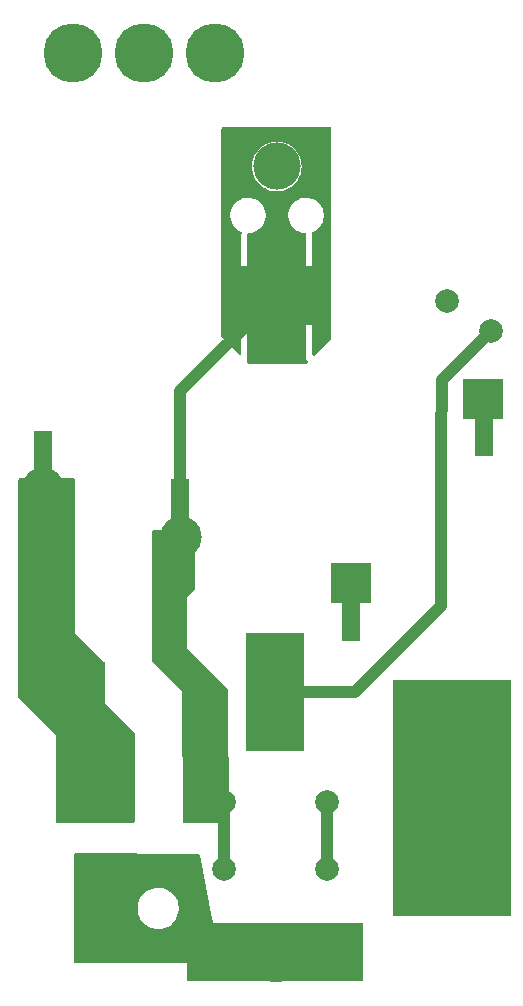
<source format=gbl>
G04 #@! TF.GenerationSoftware,KiCad,Pcbnew,(6.0.4-0)*
G04 #@! TF.CreationDate,2022-07-20T07:57:21-04:00*
G04 #@! TF.ProjectId,80m_Tx_Antenna,38306d5f-5478-45f4-916e-74656e6e612e,rev?*
G04 #@! TF.SameCoordinates,Original*
G04 #@! TF.FileFunction,Copper,L2,Bot*
G04 #@! TF.FilePolarity,Positive*
%FSLAX46Y46*%
G04 Gerber Fmt 4.6, Leading zero omitted, Abs format (unit mm)*
G04 Created by KiCad (PCBNEW (6.0.4-0)) date 2022-07-20 07:57:21*
%MOMM*%
%LPD*%
G01*
G04 APERTURE LIST*
G04 #@! TA.AperFunction,ComponentPad*
%ADD10C,4.000000*%
G04 #@! TD*
G04 #@! TA.AperFunction,SMDPad,CuDef*
%ADD11R,5.000000X10.000000*%
G04 #@! TD*
G04 #@! TA.AperFunction,ComponentPad*
%ADD12C,3.500000*%
G04 #@! TD*
G04 #@! TA.AperFunction,ComponentPad*
%ADD13C,3.000000*%
G04 #@! TD*
G04 #@! TA.AperFunction,SMDPad,CuDef*
%ADD14R,10.000000X20.000000*%
G04 #@! TD*
G04 #@! TA.AperFunction,SMDPad,CuDef*
%ADD15R,15.000000X5.000000*%
G04 #@! TD*
G04 #@! TA.AperFunction,ComponentPad*
%ADD16C,5.000000*%
G04 #@! TD*
G04 #@! TA.AperFunction,ComponentPad*
%ADD17R,3.500000X3.500000*%
G04 #@! TD*
G04 #@! TA.AperFunction,SMDPad,CuDef*
%ADD18R,1.524000X5.000000*%
G04 #@! TD*
G04 #@! TA.AperFunction,WasherPad*
%ADD19C,5.000000*%
G04 #@! TD*
G04 #@! TA.AperFunction,ComponentPad*
%ADD20C,2.000000*%
G04 #@! TD*
G04 #@! TA.AperFunction,ComponentPad*
%ADD21R,3.000000X3.500000*%
G04 #@! TD*
G04 #@! TA.AperFunction,Conductor*
%ADD22C,1.000000*%
G04 #@! TD*
G04 APERTURE END LIST*
D10*
X122240000Y-71580000D03*
D11*
X122240000Y-82470000D03*
D12*
X122240000Y-81970000D03*
D13*
X122050000Y-113050000D03*
D11*
X122050000Y-116050000D03*
D14*
X137050000Y-125050000D03*
D10*
X137210020Y-125212040D03*
X137050000Y-119050000D03*
X137050000Y-131050000D03*
X127450000Y-138050000D03*
D15*
X122050000Y-138050000D03*
D16*
X122144880Y-138131280D03*
D10*
X116650000Y-138050000D03*
D17*
X139704100Y-91307200D03*
D18*
X139785380Y-93659240D03*
D17*
X128482380Y-106816440D03*
D18*
X128538260Y-109275160D03*
X102460500Y-96397360D03*
D12*
X102409700Y-98800200D03*
D18*
X114080580Y-100532480D03*
D12*
X114100900Y-102953100D03*
D19*
X105000000Y-62000000D03*
X111000000Y-62000000D03*
X117000000Y-62000000D03*
D20*
X117770000Y-125360000D03*
X126470000Y-125360000D03*
X117770000Y-131050000D03*
X126470000Y-131050000D03*
D21*
X107300000Y-132280000D03*
X107300000Y-136630000D03*
D12*
X107300000Y-120630000D03*
X107300000Y-124980000D03*
D20*
X136667198Y-82994648D03*
X140362921Y-85509630D03*
D22*
X128870000Y-116050000D02*
X136110000Y-108810000D01*
X136110000Y-108810000D02*
X136110000Y-94049399D01*
X136110000Y-94049399D02*
X136235800Y-90692088D01*
X136235800Y-90692088D02*
X136240000Y-90580000D01*
X136235800Y-89636751D02*
X140362921Y-85509630D01*
X122050000Y-116050000D02*
X128870000Y-116050000D01*
X136235800Y-90692088D02*
X136235800Y-89636751D01*
X114100900Y-102953100D02*
X114080580Y-100532480D01*
X114080580Y-90629420D02*
X122240000Y-82470000D01*
X117770000Y-131050000D02*
X117770000Y-125360000D01*
X114080580Y-100532480D02*
X114080580Y-90629420D01*
X120321280Y-137851280D02*
X122144880Y-138131280D01*
X126470000Y-125360000D02*
X126470000Y-131050000D01*
X101960000Y-98800500D02*
X101959700Y-98800200D01*
G04 #@! TA.AperFunction,Conductor*
G36*
X105112121Y-97980002D02*
G01*
X105158614Y-98033658D01*
X105170000Y-98086000D01*
X105170000Y-111040000D01*
X107643095Y-113513095D01*
X107677121Y-113575407D01*
X107680000Y-113602190D01*
X107680000Y-117010000D01*
X110163095Y-119493095D01*
X110197121Y-119555407D01*
X110200000Y-119582190D01*
X110200000Y-127054000D01*
X110179998Y-127122121D01*
X110126342Y-127168614D01*
X110074000Y-127180000D01*
X103676000Y-127180000D01*
X103607879Y-127159998D01*
X103561386Y-127106342D01*
X103550000Y-127054000D01*
X103550000Y-119700000D01*
X100396905Y-116546905D01*
X100362879Y-116484593D01*
X100360000Y-116457810D01*
X100360000Y-98086000D01*
X100380002Y-98017879D01*
X100433658Y-97971386D01*
X100486000Y-97960000D01*
X105044000Y-97960000D01*
X105112121Y-97980002D01*
G37*
G04 #@! TD.AperFunction*
G04 #@! TA.AperFunction,Conductor*
G36*
X115607202Y-129779130D02*
G01*
X115675151Y-129799708D01*
X115721188Y-129853755D01*
X115729780Y-129880878D01*
X116789754Y-135286744D01*
X116809676Y-135388347D01*
X116810286Y-135391699D01*
X116937762Y-136150184D01*
X117385913Y-138816684D01*
X117377478Y-138887178D01*
X117332271Y-138941921D01*
X117264718Y-138963531D01*
X114531522Y-139029963D01*
X114528460Y-139030000D01*
X105206000Y-139030000D01*
X105137879Y-139009998D01*
X105091386Y-138956342D01*
X105080000Y-138904000D01*
X105080000Y-134507165D01*
X110447866Y-134507165D01*
X110482952Y-134764970D01*
X110555758Y-135014757D01*
X110664686Y-135251039D01*
X110667246Y-135254944D01*
X110667249Y-135254949D01*
X110804775Y-135464712D01*
X110804779Y-135464717D01*
X110807341Y-135468625D01*
X110980591Y-135662735D01*
X111180629Y-135829105D01*
X111403061Y-135964080D01*
X111407375Y-135965889D01*
X111407377Y-135965890D01*
X111638686Y-136062886D01*
X111638691Y-136062888D01*
X111643001Y-136064695D01*
X111647533Y-136065846D01*
X111647536Y-136065847D01*
X111772815Y-136097663D01*
X111895177Y-136128739D01*
X112111286Y-136150500D01*
X112266044Y-136150500D01*
X112268369Y-136150327D01*
X112268375Y-136150327D01*
X112454814Y-136136472D01*
X112454818Y-136136471D01*
X112459466Y-136136126D01*
X112713232Y-136078705D01*
X112717586Y-136077012D01*
X112951370Y-135986098D01*
X112951372Y-135986097D01*
X112955723Y-135984405D01*
X112991285Y-135964080D01*
X113039038Y-135936786D01*
X113181612Y-135855299D01*
X113385936Y-135694223D01*
X113564208Y-135504714D01*
X113712511Y-135290937D01*
X113730258Y-135254949D01*
X113825521Y-135061775D01*
X113825522Y-135061772D01*
X113827586Y-135057587D01*
X113906906Y-134809792D01*
X113948728Y-134552994D01*
X113952134Y-134292835D01*
X113917048Y-134035030D01*
X113844242Y-133785243D01*
X113735314Y-133548961D01*
X113706637Y-133505221D01*
X113595225Y-133335288D01*
X113595221Y-133335283D01*
X113592659Y-133331375D01*
X113419409Y-133137265D01*
X113219371Y-132970895D01*
X112996939Y-132835920D01*
X112992623Y-132834110D01*
X112761314Y-132737114D01*
X112761309Y-132737112D01*
X112756999Y-132735305D01*
X112752467Y-132734154D01*
X112752464Y-132734153D01*
X112627185Y-132702337D01*
X112504823Y-132671261D01*
X112288714Y-132649500D01*
X112133956Y-132649500D01*
X112131631Y-132649673D01*
X112131625Y-132649673D01*
X111945186Y-132663528D01*
X111945182Y-132663529D01*
X111940534Y-132663874D01*
X111686768Y-132721295D01*
X111682416Y-132722987D01*
X111682414Y-132722988D01*
X111448630Y-132813902D01*
X111448628Y-132813903D01*
X111444277Y-132815595D01*
X111440223Y-132817912D01*
X111440221Y-132817913D01*
X111404467Y-132838348D01*
X111218388Y-132944701D01*
X111014064Y-133105777D01*
X110835792Y-133295286D01*
X110687489Y-133509063D01*
X110685423Y-133513253D01*
X110685421Y-133513256D01*
X110665720Y-133553207D01*
X110572414Y-133742413D01*
X110493094Y-133990208D01*
X110451272Y-134247006D01*
X110447866Y-134507165D01*
X105080000Y-134507165D01*
X105080000Y-129817071D01*
X105100002Y-129748950D01*
X105153658Y-129702457D01*
X105207067Y-129691076D01*
X115607202Y-129779130D01*
G37*
G04 #@! TD.AperFunction*
G04 #@! TA.AperFunction,Conductor*
G36*
X115222121Y-102360002D02*
G01*
X115268614Y-102413658D01*
X115280000Y-102466000D01*
X115280000Y-107347810D01*
X115259998Y-107415931D01*
X115243095Y-107436905D01*
X114660000Y-108020000D01*
X114660000Y-112370000D01*
X118033666Y-115743666D01*
X118067692Y-115805978D01*
X118070563Y-115831380D01*
X118072436Y-116002312D01*
X118193605Y-127062620D01*
X118174351Y-127130955D01*
X118121208Y-127178033D01*
X118067613Y-127190000D01*
X114429599Y-127190000D01*
X114361478Y-127169998D01*
X114314985Y-127116342D01*
X114303607Y-127065409D01*
X114180203Y-116028115D01*
X114180203Y-116028113D01*
X114180000Y-116010000D01*
X111746905Y-113576905D01*
X111712879Y-113514593D01*
X111710000Y-113487810D01*
X111710000Y-102466000D01*
X111730002Y-102397879D01*
X111783658Y-102351386D01*
X111836000Y-102340000D01*
X115154000Y-102340000D01*
X115222121Y-102360002D01*
G37*
G04 #@! TD.AperFunction*
G04 #@! TA.AperFunction,Conductor*
G36*
X126812121Y-68260002D02*
G01*
X126858614Y-68313658D01*
X126870000Y-68366000D01*
X126870000Y-86087810D01*
X126849998Y-86155931D01*
X126833095Y-86176905D01*
X125455095Y-87554905D01*
X125392783Y-87588931D01*
X125321968Y-87583866D01*
X125265132Y-87541319D01*
X125240321Y-87474799D01*
X125240000Y-87465810D01*
X125240000Y-84988115D01*
X125235525Y-84972876D01*
X125234135Y-84971671D01*
X125226452Y-84970000D01*
X124758115Y-84970000D01*
X124742876Y-84974475D01*
X124741671Y-84975865D01*
X124740000Y-84983548D01*
X124740000Y-87951885D01*
X124744475Y-87967124D01*
X124745865Y-87968329D01*
X124763340Y-87972130D01*
X124825653Y-88006154D01*
X124859679Y-88068466D01*
X124854615Y-88139282D01*
X124825654Y-88184346D01*
X124776905Y-88233095D01*
X124714593Y-88267121D01*
X124687810Y-88270000D01*
X119872190Y-88270000D01*
X119804069Y-88249998D01*
X119783095Y-88233095D01*
X119715986Y-88165986D01*
X119681960Y-88103674D01*
X119687025Y-88032859D01*
X119715082Y-87995380D01*
X119712896Y-87993486D01*
X119738329Y-87964135D01*
X119740000Y-87956452D01*
X119740000Y-84988115D01*
X119735525Y-84972876D01*
X119734135Y-84971671D01*
X119726452Y-84970000D01*
X119258115Y-84970000D01*
X119242876Y-84974475D01*
X119241671Y-84975865D01*
X119240000Y-84983548D01*
X119240000Y-87385810D01*
X119219998Y-87453931D01*
X119166342Y-87500424D01*
X119096068Y-87510528D01*
X119031488Y-87481034D01*
X119024905Y-87474905D01*
X117576905Y-86026905D01*
X117542879Y-85964593D01*
X117540000Y-85937810D01*
X117540000Y-75815508D01*
X118307245Y-75815508D01*
X118344567Y-76059410D01*
X118421223Y-76293940D01*
X118535155Y-76512801D01*
X118683303Y-76710116D01*
X118861688Y-76880584D01*
X118865960Y-76883498D01*
X118865961Y-76883499D01*
X118895113Y-76903385D01*
X119065520Y-77019629D01*
X119223046Y-77092750D01*
X119276412Y-77139573D01*
X119295993Y-77207816D01*
X119287977Y-77251266D01*
X119249414Y-77354133D01*
X119245789Y-77369379D01*
X119240369Y-77419271D01*
X119240000Y-77426085D01*
X119240000Y-79951885D01*
X119244475Y-79967124D01*
X119245865Y-79968329D01*
X119253548Y-79970000D01*
X119721885Y-79970000D01*
X119737124Y-79965525D01*
X119738329Y-79964135D01*
X119740000Y-79956452D01*
X119740000Y-77336980D01*
X119760002Y-77268859D01*
X119813658Y-77222366D01*
X119866000Y-77210980D01*
X119871774Y-77210980D01*
X119874347Y-77210768D01*
X119874358Y-77210768D01*
X120049980Y-77196329D01*
X120049986Y-77196328D01*
X120055131Y-77195905D01*
X120294437Y-77135796D01*
X120520713Y-77037408D01*
X120727881Y-76903385D01*
X120749736Y-76883499D01*
X120785756Y-76850723D01*
X120910378Y-76737326D01*
X120913577Y-76733275D01*
X120913581Y-76733271D01*
X121060101Y-76547744D01*
X121060104Y-76547739D01*
X121063302Y-76543690D01*
X121065797Y-76539171D01*
X121180050Y-76332202D01*
X121180052Y-76332198D01*
X121182547Y-76327678D01*
X121194495Y-76293940D01*
X121263185Y-76099965D01*
X121263186Y-76099961D01*
X121264911Y-76095090D01*
X121308181Y-75852174D01*
X121308629Y-75815508D01*
X123224685Y-75815508D01*
X123262007Y-76059410D01*
X123338663Y-76293940D01*
X123452595Y-76512801D01*
X123600743Y-76710116D01*
X123779128Y-76880584D01*
X123783400Y-76883498D01*
X123783401Y-76883499D01*
X123812553Y-76903385D01*
X123982960Y-77019629D01*
X124094862Y-77071572D01*
X124202069Y-77121336D01*
X124202073Y-77121337D01*
X124206764Y-77123515D01*
X124444531Y-77189454D01*
X124627390Y-77208996D01*
X124692999Y-77236124D01*
X124733527Y-77294416D01*
X124740000Y-77334283D01*
X124740000Y-79951885D01*
X124744475Y-79967124D01*
X124745865Y-79968329D01*
X124753548Y-79970000D01*
X125221885Y-79970000D01*
X125237124Y-79965525D01*
X125238329Y-79964135D01*
X125240000Y-79956452D01*
X125240000Y-77426085D01*
X125239631Y-77419271D01*
X125234211Y-77369379D01*
X125230586Y-77354133D01*
X125199594Y-77271461D01*
X125194411Y-77200654D01*
X125228332Y-77138285D01*
X125267333Y-77111683D01*
X125433404Y-77039473D01*
X125433405Y-77039473D01*
X125438153Y-77037408D01*
X125645321Y-76903385D01*
X125667176Y-76883499D01*
X125703196Y-76850723D01*
X125827818Y-76737326D01*
X125831017Y-76733275D01*
X125831021Y-76733271D01*
X125977541Y-76547744D01*
X125977544Y-76547739D01*
X125980742Y-76543690D01*
X125983237Y-76539171D01*
X126097490Y-76332202D01*
X126097492Y-76332198D01*
X126099987Y-76327678D01*
X126111935Y-76293940D01*
X126180625Y-76099965D01*
X126180626Y-76099961D01*
X126182351Y-76095090D01*
X126225621Y-75852174D01*
X126228635Y-75605452D01*
X126191313Y-75361550D01*
X126114657Y-75127020D01*
X126000725Y-74908159D01*
X125852577Y-74710844D01*
X125674192Y-74540376D01*
X125645872Y-74521057D01*
X125474639Y-74404250D01*
X125474640Y-74404250D01*
X125470360Y-74401331D01*
X125358458Y-74349388D01*
X125251251Y-74299624D01*
X125251247Y-74299623D01*
X125246556Y-74297445D01*
X125008789Y-74231506D01*
X125003652Y-74230957D01*
X124810703Y-74210336D01*
X124810695Y-74210336D01*
X124807368Y-74209980D01*
X124664106Y-74209980D01*
X124661533Y-74210192D01*
X124661522Y-74210192D01*
X124485900Y-74224631D01*
X124485894Y-74224632D01*
X124480749Y-74225055D01*
X124241443Y-74285164D01*
X124015167Y-74383552D01*
X123807999Y-74517575D01*
X123804174Y-74521055D01*
X123804172Y-74521057D01*
X123782941Y-74540376D01*
X123625502Y-74683634D01*
X123622303Y-74687685D01*
X123622299Y-74687689D01*
X123475779Y-74873216D01*
X123475776Y-74873221D01*
X123472578Y-74877270D01*
X123470085Y-74881786D01*
X123470083Y-74881789D01*
X123457810Y-74904023D01*
X123353333Y-75093282D01*
X123351609Y-75098151D01*
X123351607Y-75098155D01*
X123339644Y-75131938D01*
X123270969Y-75325870D01*
X123227699Y-75568786D01*
X123224685Y-75815508D01*
X121308629Y-75815508D01*
X121311195Y-75605452D01*
X121273873Y-75361550D01*
X121197217Y-75127020D01*
X121083285Y-74908159D01*
X120935137Y-74710844D01*
X120756752Y-74540376D01*
X120728432Y-74521057D01*
X120557199Y-74404250D01*
X120557200Y-74404250D01*
X120552920Y-74401331D01*
X120441018Y-74349388D01*
X120333811Y-74299624D01*
X120333807Y-74299623D01*
X120329116Y-74297445D01*
X120091349Y-74231506D01*
X120086212Y-74230957D01*
X119893263Y-74210336D01*
X119893255Y-74210336D01*
X119889928Y-74209980D01*
X119746666Y-74209980D01*
X119744093Y-74210192D01*
X119744082Y-74210192D01*
X119568460Y-74224631D01*
X119568454Y-74224632D01*
X119563309Y-74225055D01*
X119324003Y-74285164D01*
X119097727Y-74383552D01*
X118890559Y-74517575D01*
X118886734Y-74521055D01*
X118886732Y-74521057D01*
X118865501Y-74540376D01*
X118708062Y-74683634D01*
X118704863Y-74687685D01*
X118704859Y-74687689D01*
X118558339Y-74873216D01*
X118558336Y-74873221D01*
X118555138Y-74877270D01*
X118552645Y-74881786D01*
X118552643Y-74881789D01*
X118540370Y-74904023D01*
X118435893Y-75093282D01*
X118434169Y-75098151D01*
X118434167Y-75098155D01*
X118422204Y-75131938D01*
X118353529Y-75325870D01*
X118310259Y-75568786D01*
X118307245Y-75815508D01*
X117540000Y-75815508D01*
X117540000Y-71557953D01*
X120134707Y-71557953D01*
X120151194Y-71843878D01*
X120152019Y-71848083D01*
X120152020Y-71848091D01*
X120183853Y-72010342D01*
X120206332Y-72124920D01*
X120207719Y-72128970D01*
X120207720Y-72128975D01*
X120229484Y-72192542D01*
X120299102Y-72395878D01*
X120427787Y-72651740D01*
X120430213Y-72655269D01*
X120430216Y-72655275D01*
X120468920Y-72711589D01*
X120590006Y-72887770D01*
X120782756Y-73099600D01*
X121002472Y-73283311D01*
X121245088Y-73435503D01*
X121248990Y-73437265D01*
X121248994Y-73437267D01*
X121502202Y-73551595D01*
X121502206Y-73551597D01*
X121506114Y-73553361D01*
X121510233Y-73554581D01*
X121776606Y-73633485D01*
X121776611Y-73633486D01*
X121780719Y-73634703D01*
X121784953Y-73635351D01*
X121784958Y-73635352D01*
X122032214Y-73673187D01*
X122063824Y-73678024D01*
X122209589Y-73680314D01*
X122345898Y-73682456D01*
X122345904Y-73682456D01*
X122350189Y-73682523D01*
X122354441Y-73682008D01*
X122354449Y-73682008D01*
X122574221Y-73655411D01*
X122634514Y-73648115D01*
X122638662Y-73647027D01*
X122638666Y-73647026D01*
X122907388Y-73576528D01*
X122911539Y-73575439D01*
X122915500Y-73573799D01*
X122915504Y-73573797D01*
X123058370Y-73514620D01*
X123176138Y-73465839D01*
X123225034Y-73437267D01*
X123419717Y-73323503D01*
X123419718Y-73323503D01*
X123423415Y-73321342D01*
X123648793Y-73144623D01*
X123695491Y-73096435D01*
X123845119Y-72942030D01*
X123848102Y-72938952D01*
X123850635Y-72935504D01*
X123850639Y-72935499D01*
X124015117Y-72711589D01*
X124017655Y-72708134D01*
X124046355Y-72655275D01*
X124152263Y-72460217D01*
X124152264Y-72460215D01*
X124154313Y-72456441D01*
X124255548Y-72188530D01*
X124319487Y-71909358D01*
X124344946Y-71624092D01*
X124345408Y-71580000D01*
X124325928Y-71294263D01*
X124267850Y-71013814D01*
X124172248Y-70743842D01*
X124040891Y-70489342D01*
X124038428Y-70485837D01*
X123878673Y-70258529D01*
X123878668Y-70258523D01*
X123876209Y-70255024D01*
X123681251Y-70045224D01*
X123677935Y-70042510D01*
X123677932Y-70042507D01*
X123462941Y-69866539D01*
X123459623Y-69863823D01*
X123215427Y-69714180D01*
X123197419Y-69706275D01*
X122957110Y-69600786D01*
X122957106Y-69600785D01*
X122953182Y-69599062D01*
X122677739Y-69520600D01*
X122467881Y-69490733D01*
X122398448Y-69480851D01*
X122398446Y-69480851D01*
X122394196Y-69480246D01*
X122242333Y-69479451D01*
X122112086Y-69478769D01*
X122112080Y-69478769D01*
X122107800Y-69478747D01*
X122103556Y-69479306D01*
X122103552Y-69479306D01*
X121979031Y-69495699D01*
X121823851Y-69516129D01*
X121819711Y-69517262D01*
X121819709Y-69517262D01*
X121803209Y-69521776D01*
X121547602Y-69591702D01*
X121543654Y-69593386D01*
X121288117Y-69702382D01*
X121288113Y-69702384D01*
X121284165Y-69704068D01*
X121038415Y-69851146D01*
X120814900Y-70030215D01*
X120617755Y-70237962D01*
X120450629Y-70470543D01*
X120316614Y-70723653D01*
X120218190Y-70992610D01*
X120157178Y-71272436D01*
X120134707Y-71557953D01*
X117540000Y-71557953D01*
X117540000Y-68366000D01*
X117560002Y-68297879D01*
X117613658Y-68251386D01*
X117666000Y-68240000D01*
X126744000Y-68240000D01*
X126812121Y-68260002D01*
G37*
G04 #@! TD.AperFunction*
M02*

</source>
